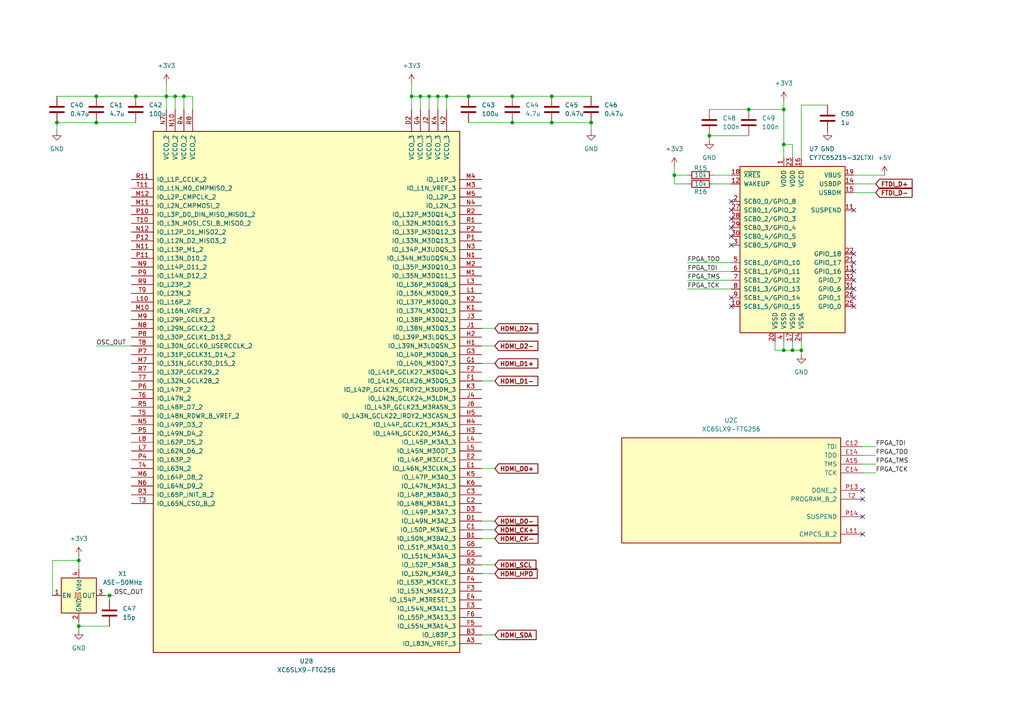
<source format=kicad_sch>
(kicad_sch (version 20250114) (generator "eeschema") (generator_version "9.0")
  (paper "A4")
  (title_block (title "CastleBox NeoPro") (date "2025-05-21") (rev "2.0"))
  (lib_symbols
    (symbol "Device:C" (pin_numbers (hide yes)) (pin_names (offset 0.254))
      (property "Reference" "C" (at 0.635 2.54 0))
      (property "Value" "C" (at 0.635 -2.54 0))
      (symbol "C_0_1"
        (polyline (pts (xy -2.032 0.762) (xy 2.032 0.762)) (stroke (width 0.508)))
        (polyline (pts (xy -2.032 -0.762) (xy 2.032 -0.762)) (stroke (width 0.508)))
      )
      (symbol "C_1_1"
        (pin passive line (at 0 3.81 270) (length 2.794) (name "~") (number "1"))
        (pin passive line (at 0 -3.81 90) (length 2.794) (name "~") (number "2"))
      )
    )
    (symbol "Device:R" (pin_numbers (hide yes)) (pin_names (offset 0))
      (property "Reference" "R" (at 2.032 0 90))
      (property "Value" "R" (at 0 0 90))
      (symbol "R_0_1"
        (rectangle (start -1.016 -2.54) (end 1.016 2.54) (stroke (width 0.254)))
      )
      (symbol "R_1_1"
        (pin passive line (at 0 3.81 270) (length 1.27) (name "~") (number "1"))
        (pin passive line (at 0 -3.81 90) (length 1.27) (name "~") (number "2"))
      )
    )
    (symbol "FPGA_Xilinx_Spartan6:XC6SLX9-FTG256" (pin_names (offset 1.016))
      (property "Reference" "U" (at 0 1.27 0))
      (property "Value" "XC6SLX9-FTG256" (at 0 -1.27 0))
      (symbol "XC6SLX9-FTG256_1_1"
        (rectangle (start -44.45 72.39) (end 44.45 -78.74) (stroke (width 0.254)) (fill (type background)))
        (pin bidirectional line (at -50.8 58.42 0) (length 6.35) (name "IO_L1P_HSWAPEN_0") (number "C4"))
        (pin bidirectional line (at -50.8 55.88 0) (length 6.35) (name "IO_L1N_VREF_0") (number "A4"))
        (pin bidirectional line (at -50.8 53.34 0) (length 6.35) (name "IO_L2P_0") (number "B5"))
        (pin bidirectional line (at -50.8 50.8 0) (length 6.35) (name "IO_L2N_0") (number "A5"))
        (pin bidirectional line (at -50.8 48.26 0) (length 6.35) (name "IO_L3P_0") (number "D5"))
        (pin bidirectional line (at -50.8 45.72 0) (length 6.35) (name "IO_L3N_0") (number "C5"))
        (pin bidirectional line (at -50.8 43.18 0) (length 6.35) (name "IO_L4P_0") (number "B6"))
        (pin bidirectional line (at -50.8 40.64 0) (length 6.35) (name "IO_L4N_0") (number "A6"))
        (pin bidirectional line (at -50.8 38.1 0) (length 6.35) (name "IO_L5P_0") (number "F7"))
        (pin bidirectional line (at -50.8 35.56 0) (length 6.35) (name "IO_L5N_0") (number "E6"))
        (pin bidirectional line (at -50.8 33.02 0) (length 6.35) (name "IO_L6P_0") (number "C7"))
        (pin bidirectional line (at -50.8 30.48 0) (length 6.35) (name "IO_L6N_0") (number "A7"))
        (pin bidirectional line (at -50.8 27.94 0) (length 6.35) (name "IO_L7P_0") (number "D6"))
        (pin bidirectional line (at -50.8 25.4 0) (length 6.35) (name "IO_L7N_0") (number "C6"))
        (pin bidirectional line (at -50.8 22.86 0) (length 6.35) (name "IO_L33P_0") (number "B8"))
        (pin bidirectional line (at -50.8 20.32 0) (length 6.35) (name "IO_L33N_0") (number "A8"))
        (pin bidirectional line (at -50.8 17.78 0) (length 6.35) (name "IO_L34P_GCLK19_0") (number "C9"))
        (pin bidirectional line (at -50.8 15.24 0) (length 6.35) (name "IO_L34N_GCLK18_0") (number "A9"))
        (pin bidirectional line (at -50.8 12.7 0) (length 6.35) (name "IO_L35P_GCLK17_0") (number "B10"))
        (pin bidirectional line (at -50.8 10.16 0) (length 6.35) (name "IO_L35N_GCLK16_0") (number "A10"))
        (pin bidirectional line (at -50.8 7.62 0) (length 6.35) (name "IO_L36P_GCLK15_0") (number "E7"))
        (pin bidirectional line (at -50.8 5.08 0) (length 6.35) (name "IO_L36N_GCLK14_0") (number "E8"))
        (pin bidirectional line (at -50.8 2.54 0) (length 6.35) (name "IO_L37P_GCLK13_0") (number "E10"))
        (pin bidirectional line (at -50.8 0 0) (length 6.35) (name "IO_L37N_GCLK12_0") (number "C10"))
        (pin bidirectional line (at -50.8 -2.54 0) (length 6.35) (name "IO_L38P_0") (number "D8"))
        (pin bidirectional line (at -50.8 -5.08 0) (length 6.35) (name "IO_L38N_VREF_0") (number "C8"))
        (pin bidirectional line (at -50.8 -7.62 0) (length 6.35) (name "IO_L39P_0") (number "C11"))
        (pin bidirectional line (at -50.8 -10.16 0) (length 6.35) (name "IO_L39N_0") (number "A11"))
        (pin bidirectional line (at -50.8 -12.7 0) (length 6.35) (name "IO_L40P_0") (number "F9"))
        (pin bidirectional line (at -50.8 -15.24 0) (length 6.35) (name "IO_L40N_0") (number "D9"))
        (pin bidirectional line (at -50.8 -17.78 0) (length 6.35) (name "IO_L62P_0") (number "B12"))
        (pin bidirectional line (at -50.8 -20.32 0) (length 6.35) (name "IO_L62N_VREF_0") (number "A12"))
        (pin bidirectional line (at -50.8 -22.86 0) (length 6.35) (name "IO_L63P_SCP7_0") (number "C13"))
        (pin bidirectional line (at -50.8 -25.4 0) (length 6.35) (name "IO_L63N_SCP6_0") (number "A13"))
        (pin bidirectional line (at -50.8 -27.94 0) (length 6.35) (name "IO_L64P_SCP5_0") (number "F10"))
        (pin bidirectional line (at -50.8 -30.48 0) (length 6.35) (name "IO_L64N_SCP4_0") (number "E11"))
        (pin bidirectional line (at -50.8 -33.02 0) (length 6.35) (name "IO_L65P_SCP3_0") (number "B14"))
        (pin bidirectional line (at -50.8 -35.56 0) (length 6.35) (name "IO_L65N_SCP2_0") (number "A14"))
        (pin bidirectional line (at -50.8 -38.1 0) (length 6.35) (name "IO_L66P_SCP1_0") (number "D11"))
        (pin bidirectional line (at -50.8 -40.64 0) (length 6.35) (name "IO_L66N_SCP0_0") (number "D12"))
        (pin power_in line (at -40.64 78.74 270) (length 6.35) (name "VCCO_0") (number "B4"))
        (pin power_in line (at -38.1 78.74 270) (length 6.35) (name "VCCO_0") (number "B9"))
        (pin power_in line (at -35.56 78.74 270) (length 6.35) (name "VCCO_0") (number "B13"))
        (pin power_in line (at -33.02 78.74 270) (length 6.35) (name "VCCO_0") (number "D7"))
        (pin power_in line (at -30.48 78.74 270) (length 6.35) (name "VCCO_0") (number "D10"))
        (pin power_in line (at 27.94 78.74 270) (length 6.35) (name "VCCO_1") (number "D15"))
        (pin power_in line (at 30.48 78.74 270) (length 6.35) (name "VCCO_1") (number "G13"))
        (pin power_in line (at 33.02 78.74 270) (length 6.35) (name "VCCO_1") (number "J15"))
        (pin power_in line (at 35.56 78.74 270) (length 6.35) (name "VCCO_1") (number "K13"))
        (pin power_in line (at 38.1 78.74 270) (length 6.35) (name "VCCO_1") (number "N15"))
        (pin power_in line (at 40.64 78.74 270) (length 6.35) (name "VCCO_1") (number "R13"))
        (pin bidirectional line (at 50.8 58.42 180) (length 6.35) (name "IO_L1P_A25_1") (number "E13"))
        (pin bidirectional line (at 50.8 55.88 180) (length 6.35) (name "IO_L1N_A24_VREF_1") (number "E12"))
        (pin bidirectional line (at 50.8 53.34 180) (length 6.35) (name "IO_L29P_A23_M1A13_1") (number "B15"))
        (pin bidirectional line (at 50.8 50.8 180) (length 6.35) (name "IO_L29N_A22_M1A14_1") (number "B16"))
        (pin bidirectional line (at 50.8 48.26 180) (length 6.35) (name "IO_L30P_A21_M1RESET_1") (number "F12"))
        (pin bidirectional line (at 50.8 45.72 180) (length 6.35) (name "IO_L30N_A20_M1A11_1") (number "G11"))
        (pin bidirectional line (at 50.8 43.18 180) (length 6.35) (name "IO_L31P_A19_M1CKE_1") (number "D14"))
        (pin bidirectional line (at 50.8 40.64 180) (length 6.35) (name "IO_L31N_A18_M1A12_1") (number "D16"))
        (pin bidirectional line (at 50.8 38.1 180) (length 6.35) (name "IO_L32P_A17_M1A8_1") (number "F13"))
        (pin bidirectional line (at 50.8 35.56 180) (length 6.35) (name "IO_L32N_A16_M1A9_1") (number "F14"))
        (pin bidirectional line (at 50.8 33.02 180) (length 6.35) (name "IO_L33P_A15_M1A10_1") (number "C15"))
        (pin bidirectional line (at 50.8 30.48 180) (length 6.35) (name "IO_L33N_A14_M1A4_1") (number "C16"))
        (pin bidirectional line (at 50.8 27.94 180) (length 6.35) (name "IO_L34P_A13_M1WE_1") (number "E15"))
        (pin bidirectional line (at 50.8 25.4 180) (length 6.35) (name "IO_L34N_A12_M1BA2_1") (number "E16"))
        (pin bidirectional line (at 50.8 22.86 180) (length 6.35) (name "IO_L35P_A11_M1A7_1") (number "F15"))
        (pin bidirectional line (at 50.8 20.32 180) (length 6.35) (name "IO_L35N_A10_M1A2_1") (number "F16"))
        (pin bidirectional line (at 50.8 17.78 180) (length 6.35) (name "IO_L36P_A9_M1BA0_1") (number "G14"))
        (pin bidirectional line (at 50.8 15.24 180) (length 6.35) (name "IO_L36N_A8_M1BA1_1") (number "G16"))
        (pin bidirectional line (at 50.8 12.7 180) (length 6.35) (name "IO_L37P_A7_M1A0_1") (number "H15"))
        (pin bidirectional line (at 50.8 10.16 180) (length 6.35) (name "IO_L37N_A6_M1A1_1") (number "H16"))
        (pin bidirectional line (at 50.8 7.62 180) (length 6.35) (name "IO_L38P_A5_M1CLK_1") (number "G12"))
        (pin bidirectional line (at 50.8 5.08 180) (length 6.35) (name "IO_L38N_A4_M1CLKN_1") (number "H11"))
        (pin bidirectional line (at 50.8 2.54 180) (length 6.35) (name "IO_L39P_M1A3_1") (number "H13"))
        (pin bidirectional line (at 50.8 0 180) (length 6.35) (name "IO_L39N_M1ODT_1") (number "H14"))
        (pin bidirectional line (at 50.8 -2.54 180) (length 6.35) (name "IO_L40P_GCLK11_M1A5_1") (number "J11"))
        (pin bidirectional line (at 50.8 -5.08 180) (length 6.35) (name "IO_L40N_GCLK10_M1A6_1") (number "J12"))
        (pin bidirectional line (at 50.8 -7.62 180) (length 6.35) (name "IO_L41P_GCLK9_IRDY1_M1RASN_1") (number "J13"))
        (pin bidirectional line (at 50.8 -10.16 180) (length 6.35) (name "IO_L41N_GCLK8_M1CASN_1") (number "K14"))
        (pin bidirectional line (at 50.8 -12.7 180) (length 6.35) (name "IO_L42P_GCLK7_M1UDM_1") (number "K12"))
        (pin bidirectional line (at 50.8 -15.24 180) (length 6.35) (name "IO_L42N_GCLK6_TRDY1_M1LDM_1") (number "K11"))
        (pin bidirectional line (at 50.8 -17.78 180) (length 6.35) (name "IO_L43P_GCLK5_M1DQ4_1") (number "J14"))
        (pin bidirectional line (at 50.8 -20.32 180) (length 6.35) (name "IO_L43N_GCLK4_M1DQ5_1") (number "J16"))
        (pin bidirectional line (at 50.8 -22.86 180) (length 6.35) (name "IO_L44P_A3_M1DQ6_1") (number "K15"))
        (pin bidirectional line (at 50.8 -25.4 180) (length 6.35) (name "IO_L44N_A2_M1DQ7_1") (number "K16"))
        (pin bidirectional line (at 50.8 -27.94 180) (length 6.35) (name "IO_L45P_A1_M1LDQS_1") (number "N14"))
        (pin bidirectional line (at 50.8 -30.48 180) (length 6.35) (name "IO_L45N_A0_M1LDQSN_1") (number "N16"))
        (pin bidirectional line (at 50.8 -33.02 180) (length 6.35) (name "IO_L46P_FCS_B_M1DQ2_1") (number "M15"))
        (pin bidirectional line (at 50.8 -35.56 180) (length 6.35) (name "IO_L46N_FOE_B_M1DQ3_1") (number "M16"))
        (pin bidirectional line (at 50.8 -38.1 180) (length 6.35) (name "IO_L47P_FWE_B_M1DQ0_1") (number "L14"))
        (pin bidirectional line (at 50.8 -40.64 180) (length 6.35) (name "IO_L47N_LDC_M1DQ1_1") (number "L16"))
        (pin bidirectional line (at 50.8 -43.18 180) (length 6.35) (name "IO_L48P_HDC_M1DQ8_1") (number "P15"))
        (pin bidirectional line (at 50.8 -45.72 180) (length 6.35) (name "IO_L48N_M1DQ9_1") (number "P16"))
        (pin bidirectional line (at 50.8 -48.26 180) (length 6.35) (name "IO_L49P_M1DQ10_1") (number "R15"))
        (pin bidirectional line (at 50.8 -50.8 180) (length 6.35) (name "IO_L49N_M1DQ11_1") (number "R16"))
        (pin bidirectional line (at 50.8 -53.34 180) (length 6.35) (name "IO_L50P_M1UDQS_1") (number "R14"))
        (pin bidirectional line (at 50.8 -55.88 180) (length 6.35) (name "IO_L50N_M1UDQSN_1") (number "T15"))
        (pin bidirectional line (at 50.8 -58.42 180) (length 6.35) (name "IO_L51P_M1DQ12_1") (number "T14"))
        (pin bidirectional line (at 50.8 -60.96 180) (length 6.35) (name "IO_L51N_M1DQ13_1") (number "T13"))
        (pin bidirectional line (at 50.8 -63.5 180) (length 6.35) (name "IO_L52P_M1DQ14_1") (number "R12"))
        (pin bidirectional line (at 50.8 -66.04 180) (length 6.35) (name "IO_L52N_M1DQ15_1") (number "T12"))
        (pin bidirectional line (at 50.8 -68.58 180) (length 6.35) (name "IO_L53P_1") (number "L12"))
        (pin bidirectional line (at 50.8 -71.12 180) (length 6.35) (name "IO_L53N_VREF_1") (number "L13"))
        (pin bidirectional line (at 50.8 -73.66 180) (length 6.35) (name "IO_L74P_AWAKE_1") (number "M13"))
        (pin bidirectional line (at 50.8 -76.2 180) (length 6.35) (name "IO_L74N_DOUT_BUSY_1") (number "M14"))
      )
      (symbol "XC6SLX9-FTG256_2_1"
        (rectangle (start -44.45 72.39) (end 44.45 -78.74) (stroke (width 0.254)) (fill (type background)))
        (pin bidirectional line (at -50.8 58.42 0) (length 6.35) (name "IO_L1P_CCLK_2") (number "R11"))
        (pin bidirectional line (at -50.8 55.88 0) (length 6.35) (name "IO_L1N_M0_CMPMISO_2") (number "T11"))
        (pin bidirectional line (at -50.8 53.34 0) (length 6.35) (name "IO_L2P_CMPCLK_2") (number "M12"))
        (pin bidirectional line (at -50.8 50.8 0) (length 6.35) (name "IO_L2N_CMPMOSI_2") (number "M11"))
        (pin bidirectional line (at -50.8 48.26 0) (length 6.35) (name "IO_L3P_D0_DIN_MISO_MISO1_2") (number "P10"))
        (pin bidirectional line (at -50.8 45.72 0) (length 6.35) (name "IO_L3N_MOSI_CSI_B_MISO0_2") (number "T10"))
        (pin bidirectional line (at -50.8 43.18 0) (length 6.35) (name "IO_L12P_D1_MISO2_2") (number "N12"))
        (pin bidirectional line (at -50.8 40.64 0) (length 6.35) (name "IO_L12N_D2_MISO3_2") (number "P12"))
        (pin bidirectional line (at -50.8 38.1 0) (length 6.35) (name "IO_L13P_M1_2") (number "N11"))
        (pin bidirectional line (at -50.8 35.56 0) (length 6.35) (name "IO_L13N_D10_2") (number "P11"))
        (pin bidirectional line (at -50.8 33.02 0) (length 6.35) (name "IO_L14P_D11_2") (number "N9"))
        (pin bidirectional line (at -50.8 30.48 0) (length 6.35) (name "IO_L14N_D12_2") (number "P9"))
        (pin bidirectional line (at -50.8 27.94 0) (length 6.35) (name "IO_L23P_2") (number "R9"))
        (pin bidirectional line (at -50.8 25.4 0) (length 6.35) (name "IO_L23N_2") (number "T9"))
        (pin bidirectional line (at -50.8 22.86 0) (length 6.35) (name "IO_L16P_2") (number "L10"))
        (pin bidirectional line (at -50.8 20.32 0) (length 6.35) (name "IO_L16N_VREF_2") (number "M10"))
        (pin bidirectional line (at -50.8 17.78 0) (length 6.35) (name "IO_L29P_GCLK3_2") (number "M9"))
        (pin bidirectional line (at -50.8 15.24 0) (length 6.35) (name "IO_L29N_GCLK2_2") (number "N8"))
        (pin bidirectional line (at -50.8 12.7 0) (length 6.35) (name "IO_L30P_GCLK1_D13_2") (number "P8"))
        (pin bidirectional line (at -50.8 10.16 0) (length 6.35) (name "IO_L30N_GCLK0_USERCCLK_2") (number "T8"))
        (pin bidirectional line (at -50.8 7.62 0) (length 6.35) (name "IO_L31P_GCLK31_D14_2") (number "P7"))
        (pin bidirectional line (at -50.8 5.08 0) (length 6.35) (name "IO_L31N_GCLK30_D15_2") (number "M7"))
        (pin bidirectional line (at -50.8 2.54 0) (length 6.35) (name "IO_L32P_GCLK29_2") (number "R7"))
        (pin bidirectional line (at -50.8 0 0) (length 6.35) (name "IO_L32N_GCLK28_2") (number "T7"))
        (pin bidirectional line (at -50.8 -2.54 0) (length 6.35) (name "IO_L47P_2") (number "P6"))
        (pin bidirectional line (at -50.8 -5.08 0) (length 6.35) (name "IO_L47N_2") (number "T6"))
        (pin bidirectional line (at -50.8 -7.62 0) (length 6.35) (name "IO_L48P_D7_2") (number "R5"))
        (pin bidirectional line (at -50.8 -10.16 0) (length 6.35) (name "IO_L48N_RDWR_B_VREF_2") (number "T5"))
        (pin bidirectional line (at -50.8 -12.7 0) (length 6.35) (name "IO_L49P_D3_2") (number "N5"))
        (pin bidirectional line (at -50.8 -15.24 0) (length 6.35) (name "IO_L49N_D4_2") (number "P5"))
        (pin bidirectional line (at -50.8 -17.78 0) (length 6.35) (name "IO_L62P_D5_2") (number "L8"))
        (pin bidirectional line (at -50.8 -20.32 0) (length 6.35) (name "IO_L62N_D6_2") (number "L7"))
        (pin bidirectional line (at -50.8 -22.86 0) (length 6.35) (name "IO_L63P_2") (number "P4"))
        (pin bidirectional line (at -50.8 -25.4 0) (length 6.35) (name "IO_L63N_2") (number "T4"))
        (pin bidirectional line (at -50.8 -27.94 0) (length 6.35) (name "IO_L64P_D8_2") (number "M6"))
        (pin bidirectional line (at -50.8 -30.48 0) (length 6.35) (name "IO_L64N_D9_2") (number "N6"))
        (pin bidirectional line (at -50.8 -33.02 0) (length 6.35) (name "IO_L65P_INIT_B_2") (number "R3"))
        (pin bidirectional line (at -50.8 -35.56 0) (length 6.35) (name "IO_L65N_CSO_B_2") (number "T3"))
        (pin power_in line (at -40.64 78.74 270) (length 6.35) (name "VCCO_2") (number "N7"))
        (pin power_in line (at -38.1 78.74 270) (length 6.35) (name "VCCO_2") (number "N10"))
        (pin power_in line (at -35.56 78.74 270) (length 6.35) (name "VCCO_2") (number "R4"))
        (pin power_in line (at -33.02 78.74 270) (length 6.35) (name "VCCO_2") (number "R8"))
        (pin power_in line (at 30.48 78.74 270) (length 6.35) (name "VCCO_3") (number "D2"))
        (pin power_in line (at 33.02 78.74 270) (length 6.35) (name "VCCO_3") (number "G4"))
        (pin power_in line (at 35.56 78.74 270) (length 6.35) (name "VCCO_3") (number "J2"))
        (pin power_in line (at 38.1 78.74 270) (length 6.35) (name "VCCO_3") (number "K4"))
        (pin power_in line (at 40.64 78.74 270) (length 6.35) (name "VCCO_3") (number "N2"))
        (pin bidirectional line (at 50.8 58.42 180) (length 6.35) (name "IO_L1P_3") (number "M4"))
        (pin bidirectional line (at 50.8 55.88 180) (length 6.35) (name "IO_L1N_VREF_3") (number "M3"))
        (pin bidirectional line (at 50.8 53.34 180) (length 6.35) (name "IO_L2P_3") (number "M5"))
        (pin bidirectional line (at 50.8 50.8 180) (length 6.35) (name "IO_L2N_3") (number "N4"))
        (pin bidirectional line (at 50.8 48.26 180) (length 6.35) (name "IO_L32P_M3DQ14_3") (number "R2"))
        (pin bidirectional line (at 50.8 45.72 180) (length 6.35) (name "IO_L32N_M3DQ15_3") (number "R1"))
        (pin bidirectional line (at 50.8 43.18 180) (length 6.35) (name "IO_L33P_M3DQ12_3") (number "P2"))
        (pin bidirectional line (at 50.8 40.64 180) (length 6.35) (name "IO_L33N_M3DQ13_3") (number "P1"))
        (pin bidirectional line (at 50.8 38.1 180) (length 6.35) (name "IO_L34P_M3UDQS_3") (number "N3"))
        (pin bidirectional line (at 50.8 35.56 180) (length 6.35) (name "IO_L34N_M3UDQSN_3") (number "N1"))
        (pin bidirectional line (at 50.8 33.02 180) (length 6.35) (name "IO_L35P_M3DQ10_3") (number "M2"))
        (pin bidirectional line (at 50.8 30.48 180) (length 6.35) (name "IO_L35N_M3DQ11_3") (number "M1"))
        (pin bidirectional line (at 50.8 27.94 180) (length 6.35) (name "IO_L36P_M3DQ8_3") (number "L3"))
        (pin bidirectional line (at 50.8 25.4 180) (length 6.35) (name "IO_L36N_M3DQ9_3") (number "L1"))
        (pin bidirectional line (at 50.8 22.86 180) (length 6.35) (name "IO_L37P_M3DQ0_3") (number "K2"))
        (pin bidirectional line (at 50.8 20.32 180) (length 6.35) (name "IO_L37N_M3DQ1_3") (number "K1"))
        (pin bidirectional line (at 50.8 17.78 180) (length 6.35) (name "IO_L38P_M3DQ2_3") (number "J3"))
        (pin bidirectional line (at 50.8 15.24 180) (length 6.35) (name "IO_L38N_M3DQ3_3") (number "J1"))
        (pin bidirectional line (at 50.8 12.7 180) (length 6.35) (name "IO_L39P_M3LDQS_3") (number "H2"))
        (pin bidirectional line (at 50.8 10.16 180) (length 6.35) (name "IO_L39N_M3LDQSN_3") (number "H1"))
        (pin bidirectional line (at 50.8 7.62 180) (length 6.35) (name "IO_L40P_M3DQ6_3") (number "G3"))
        (pin bidirectional line (at 50.8 5.08 180) (length 6.35) (name "IO_L40N_M3DQ7_3") (number "G1"))
        (pin bidirectional line (at 50.8 2.54 180) (length 6.35) (name "IO_L41P_GCLK27_M3DQ4_3") (number "F2"))
        (pin bidirectional line (at 50.8 0 180) (length 6.35) (name "IO_L41N_GCLK26_M3DQ5_3") (number "F1"))
        (pin bidirectional line (at 50.8 -2.54 180) (length 6.35) (name "IO_L42P_GCLK25_TRDY2_M3UDM_3") (number "K3"))
        (pin bidirectional line (at 50.8 -5.08 180) (length 6.35) (name "IO_L42N_GCLK24_M3LDM_3") (number "J4"))
        (pin bidirectional line (at 50.8 -7.62 180) (length 6.35) (name "IO_L43P_GCLK23_M3RASN_3") (number "J6"))
        (pin bidirectional line (at 50.8 -10.16 180) (length 6.35) (name "IO_L43N_GCLK22_IRDY2_M3CASN_3") (number "H5"))
        (pin bidirectional line (at 50.8 -12.7 180) (length 6.35) (name "IO_L44P_GCLK21_M3A5_3") (number "H4"))
        (pin bidirectional line (at 50.8 -15.24 180) (length 6.35) (name "IO_L44N_GCLK20_M3A6_3") (number "H3"))
        (pin bidirectional line (at 50.8 -17.78 180) (length 6.35) (name "IO_L45P_M3A3_3") (number "L4"))
        (pin bidirectional line (at 50.8 -20.32 180) (length 6.35) (name "IO_L45N_M3ODT_3") (number "L5"))
        (pin bidirectional line (at 50.8 -22.86 180) (length 6.35) (name "IO_L46P_M3CLK_3") (number "E2"))
        (pin bidirectional line (at 50.8 -25.4 180) (length 6.35) (name "IO_L46N_M3CLKN_3") (number "E1"))
        (pin bidirectional line (at 50.8 -27.94 180) (length 6.35) (name "IO_L47P_M3A0_3") (number "K5"))
        (pin bidirectional line (at 50.8 -30.48 180) (length 6.35) (name "IO_L47N_M3A1_3") (number "K6"))
        (pin bidirectional line (at 50.8 -33.02 180) (length 6.35) (name "IO_L48P_M3BA0_3") (number "C3"))
        (pin bidirectional line (at 50.8 -35.56 180) (length 6.35) (name "IO_L48N_M3BA1_3") (number "C2"))
        (pin bidirectional line (at 50.8 -38.1 180) (length 6.35) (name "IO_L49P_M3A7_3") (number "D3"))
        (pin bidirectional line (at 50.8 -40.64 180) (length 6.35) (name "IO_L49N_M3A2_3") (number "D1"))
        (pin bidirectional line (at 50.8 -43.18 180) (length 6.35) (name "IO_L50P_M3WE_3") (number "C1"))
        (pin bidirectional line (at 50.8 -45.72 180) (length 6.35) (name "IO_L50N_M3BA2_3") (number "B1"))
        (pin bidirectional line (at 50.8 -48.26 180) (length 6.35) (name "IO_L51P_M3A10_3") (number "G6"))
        (pin bidirectional line (at 50.8 -50.8 180) (length 6.35) (name "IO_L51N_M3A4_3") (number "G5"))
        (pin bidirectional line (at 50.8 -53.34 180) (length 6.35) (name "IO_L52P_M3A8_3") (number "B2"))
        (pin bidirectional line (at 50.8 -55.88 180) (length 6.35) (name "IO_L52N_M3A9_3") (number "A2"))
        (pin bidirectional line (at 50.8 -58.42 180) (length 6.35) (name "IO_L53P_M3CKE_3") (number "F4"))
        (pin bidirectional line (at 50.8 -60.96 180) (length 6.35) (name "IO_L53N_M3A12_3") (number "F3"))
        (pin bidirectional line (at 50.8 -63.5 180) (length 6.35) (name "IO_L54P_M3RESET_3") (number "E4"))
        (pin bidirectional line (at 50.8 -66.04 180) (length 6.35) (name "IO_L54N_M3A11_3") (number "E3"))
        (pin bidirectional line (at 50.8 -68.58 180) (length 6.35) (name "IO_L55P_M3A13_3") (number "F6"))
        (pin bidirectional line (at 50.8 -71.12 180) (length 6.35) (name "IO_L55N_M3A14_3") (number "F5"))
        (pin bidirectional line (at 50.8 -73.66 180) (length 6.35) (name "IO_L83P_3") (number "B3"))
        (pin bidirectional line (at 50.8 -76.2 180) (length 6.35) (name "IO_L83N_VREF_3") (number "A3"))
      )
      (symbol "XC6SLX9-FTG256_3_1"
        (rectangle (start -31.75 15.24) (end 31.75 -15.24) (stroke (width 0.254)) (fill (type background)))
        (pin bidirectional line (at 38.1 12.7 180) (length 6.35) (name "TDI") (number "C12"))
        (pin bidirectional line (at 38.1 10.16 180) (length 6.35) (name "TDO") (number "E14"))
        (pin bidirectional line (at 38.1 7.62 180) (length 6.35) (name "TMS") (number "A15"))
        (pin bidirectional line (at 38.1 5.08 180) (length 6.35) (name "TCK") (number "C14"))
        (pin bidirectional line (at 38.1 0 180) (length 6.35) (name "DONE_2") (number "P13"))
        (pin bidirectional line (at 38.1 -2.54 180) (length 6.35) (name "PROGRAM_B_2") (number "T2"))
        (pin bidirectional line (at 38.1 -7.62 180) (length 6.35) (name "SUSPEND") (number "P14"))
        (pin bidirectional line (at 38.1 -12.7 180) (length 6.35) (name "CMPCS_B_2") (number "L11"))
      )
      (symbol "XC6SLX9-FTG256_4_1"
        (rectangle (start -19.05 30.48) (end 19.05 -30.48) (stroke (width 0.254)) (fill (type background)))
        (pin power_in line (at -25.4 27.94 0) (length 6.35) (name "VCCAUX") (number "E5"))
        (pin power_in line (at -25.4 25.4 0) (length 6.35) (name "VCCAUX") (number "F8"))
        (pin power_in line (at -25.4 22.86 0) (length 6.35) (name "VCCAUX") (number "F11"))
        (pin power_in line (at -25.4 20.32 0) (length 6.35) (name "VCCAUX") (number "G10"))
        (pin power_in line (at -25.4 17.78 0) (length 6.35) (name "VCCAUX") (number "H6"))
        (pin power_in line (at -25.4 15.24 0) (length 6.35) (name "VCCAUX") (number "J10"))
        (pin power_in line (at -25.4 12.7 0) (length 6.35) (name "VCCAUX") (number "L6"))
        (pin power_in line (at -25.4 10.16 0) (length 6.35) (name "VCCAUX") (number "L9"))
        (pin power_in line (at -25.4 2.54 0) (length 6.35) (name "GND") (number "A1"))
        (pin power_in line (at -25.4 0 0) (length 6.35) (name "GND") (number "A16"))
        (pin power_in line (at -25.4 -2.54 0) (length 6.35) (name "GND") (number "B7"))
        (pin power_in line (at -25.4 -5.08 0) (length 6.35) (name "GND") (number "B11"))
        (pin power_in line (at -25.4 -7.62 0) (length 6.35) (name "GND") (number "D4"))
        (pin power_in line (at -25.4 -10.16 0) (length 6.35) (name "GND") (number "D13"))
        (pin power_in line (at -25.4 -12.7 0) (length 6.35) (name "GND") (number "E9"))
        (pin power_in line (at -25.4 -15.24 0) (length 6.35) (name "GND") (number "G2"))
        (pin power_in line (at -25.4 -17.78 0) (length 6.35) (name "GND") (number "G8"))
        (pin power_in line (at -25.4 -20.32 0) (length 6.35) (name "GND") (number "G15"))
        (pin power_in line (at -25.4 -22.86 0) (length 6.35) (name "GND") (number "H7"))
        (pin power_in line (at -25.4 -25.4 0) (length 6.35) (name "GND") (number "H9"))
        (pin power_in line (at -25.4 -27.94 0) (length 6.35) (name "GND") (number "H12"))
        (pin power_in line (at 25.4 27.94 180) (length 6.35) (name "VCCINT") (number "G7"))
        (pin power_in line (at 25.4 25.4 180) (length 6.35) (name "VCCINT") (number "G9"))
        (pin power_in line (at 25.4 22.86 180) (length 6.35) (name "VCCINT") (number "H8"))
        (pin power_in line (at 25.4 20.32 180) (length 6.35) (name "VCCINT") (number "H10"))
        (pin power_in line (at 25.4 17.78 180) (length 6.35) (name "VCCINT") (number "J7"))
        (pin power_in line (at 25.4 15.24 180) (length 6.35) (name "VCCINT") (number "J9"))
        (pin power_in line (at 25.4 12.7 180) (length 6.35) (name "VCCINT") (number "K8"))
        (pin power_in line (at 25.4 10.16 180) (length 6.35) (name "VCCINT") (number "K10"))
        (pin power_in line (at 25.4 2.54 180) (length 6.35) (name "GND") (number "J5"))
        (pin power_in line (at 25.4 0 180) (length 6.35) (name "GND") (number "J8"))
        (pin power_in line (at 25.4 -2.54 180) (length 6.35) (name "GND") (number "K7"))
        (pin power_in line (at 25.4 -5.08 180) (length 6.35) (name "GND") (number "K9"))
        (pin power_in line (at 25.4 -7.62 180) (length 6.35) (name "GND") (number "L2"))
        (pin power_in line (at 25.4 -10.16 180) (length 6.35) (name "GND") (number "L15"))
        (pin power_in line (at 25.4 -12.7 180) (length 6.35) (name "GND") (number "M8"))
        (pin power_in line (at 25.4 -15.24 180) (length 6.35) (name "GND") (number "N13"))
        (pin power_in line (at 25.4 -17.78 180) (length 6.35) (name "GND") (number "P3"))
        (pin power_in line (at 25.4 -20.32 180) (length 6.35) (name "GND") (number "R6"))
        (pin power_in line (at 25.4 -22.86 180) (length 6.35) (name "GND") (number "R10"))
        (pin power_in line (at 25.4 -25.4 180) (length 6.35) (name "GND") (number "T1"))
        (pin power_in line (at 25.4 -27.94 180) (length 6.35) (name "GND") (number "T16"))
      )
    )
    (symbol "Interface_USB:CY7C65215-32LTXI" (pin_names (offset 1.016))
      (property "Reference" "U" (at -13.462 21.844 0))
      (property "Value" "CY7C65215-32LTXI" (at 7.112 21.59 0))
      (symbol "CY7C65215-32LTXI_0_1"
        (rectangle (start -15.24 20.32) (end 15.24 -27.94) (stroke (width 0.254)) (fill (type background)))
      )
      (symbol "CY7C65215-32LTXI_1_1"
        (pin input line (at -17.78 17.78 0) (length 2.54) (name "~{XRES}") (number "18"))
        (pin input line (at -17.78 15.24 0) (length 2.54) (name "WAKEUP") (number "12"))
        (pin bidirectional line (at -17.78 10.16 0) (length 2.54) (name "SCB0_0/GPIO_8") (number "2"))
        (pin bidirectional line (at -17.78 7.62 0) (length 2.54) (name "SCB0_1/GPIO_2") (number "27"))
        (pin bidirectional line (at -17.78 5.08 0) (length 2.54) (name "SCB0_2/GPIO_3") (number "28"))
        (pin bidirectional line (at -17.78 2.54 0) (length 2.54) (name "SCB0_3/GPIO_4") (number "29"))
        (pin bidirectional line (at -17.78 0 0) (length 2.54) (name "SCB0_4/GPIO_5") (number "30"))
        (pin bidirectional line (at -17.78 -2.54 0) (length 2.54) (name "SCB0_5/GPIO_9") (number "3"))
        (pin bidirectional line (at -17.78 -7.62 0) (length 2.54) (name "SCB1_0/GPIO_10") (number "5"))
        (pin bidirectional line (at -17.78 -10.16 0) (length 2.54) (name "SCB1_1/GPIO_11") (number "6"))
        (pin bidirectional line (at -17.78 -12.7 0) (length 2.54) (name "SCB1_2/GPIO_12") (number "7"))
        (pin bidirectional line (at -17.78 -15.24 0) (length 2.54) (name "SCB1_3/GPIO_13") (number "8"))
        (pin bidirectional line (at -17.78 -17.78 0) (length 2.54) (name "SCB1_4/GPIO_14") (number "9"))
        (pin bidirectional line (at -17.78 -20.32 0) (length 2.54) (name "SCB1_5/GPIO_15") (number "10"))
        (pin no_connect line (at -15.24 -25.4 0) (length 2.54) (hide yes) (name "1EP") (number "33"))
        (pin power_in line (at -5.08 -30.48 90) (length 2.54) (name "VSSD") (number "20"))
        (pin power_in line (at -2.54 22.86 270) (length 2.54) (name "VDDD") (number "1"))
        (pin power_in line (at -2.54 -30.48 90) (length 2.54) (name "VSSD") (number "4"))
        (pin power_in line (at 0 22.86 270) (length 2.54) (name "VDDD") (number "23"))
        (pin power_in line (at 0 -30.48 90) (length 2.54) (name "VSSD") (number "17"))
        (pin power_in line (at 2.54 22.86 270) (length 2.54) (name "VCCD") (number "16"))
        (pin power_in line (at 2.54 -30.48 90) (length 2.54) (name "VSSA") (number "24"))
        (pin power_out line (at 17.78 17.78 180) (length 2.54) (name "VBUS") (number "19"))
        (pin bidirectional line (at 17.78 15.24 180) (length 2.54) (name "USBDP") (number "14"))
        (pin bidirectional line (at 17.78 12.7 180) (length 2.54) (name "USBDM") (number "15"))
        (pin output line (at 17.78 7.62 180) (length 2.54) (name "SUSPEND") (number "11"))
        (pin tri_state line (at 17.78 -5.08 180) (length 2.54) (name "GPIO_18") (number "22"))
        (pin tri_state line (at 17.78 -7.62 180) (length 2.54) (name "GPIO_17") (number "21"))
        (pin tri_state line (at 17.78 -10.16 180) (length 2.54) (name "GPIO_16") (number "13"))
        (pin bidirectional line (at 17.78 -12.7 180) (length 2.54) (name "GPIO_7") (number "32"))
        (pin bidirectional line (at 17.78 -15.24 180) (length 2.54) (name "GPIO_6") (number "31"))
        (pin bidirectional line (at 17.78 -17.78 180) (length 2.54) (name "GPIO_1") (number "26"))
        (pin bidirectional line (at 17.78 -20.32 180) (length 2.54) (name "GPIO_0") (number "25"))
      )
    )
    (symbol "Oscillator:ASE-xxxMHz" (pin_names (offset 0.254))
      (property "Reference" "X" (at -5.08 6.35 0))
      (property "Value" "ASE-xxxMHz" (at 1.27 -6.35 0))
      (symbol "ASE-xxxMHz_0_1"
        (rectangle (start -5.08 5.08) (end 5.08 -5.08) (stroke (width 0.254)) (fill (type background)))
        (polyline (pts (xy -1.27 -0.762) (xy -1.016 -0.762) (xy -1.016 0.762) (xy -0.508 0.762) (xy -0.508 -0.762) (xy 0 -0.762) (xy 0 0.762) (xy 0.508 0.762) (xy 0.508 -0.762) (xy 0.762 -0.762)))
      )
      (symbol "ASE-xxxMHz_1_1"
        (pin input line (at -7.62 0 0) (length 2.54) (name "EN") (number "1"))
        (pin power_in line (at 0 7.62 270) (length 2.54) (name "Vdd") (number "4"))
        (pin power_in line (at 0 -7.62 90) (length 2.54) (name "GND") (number "2"))
        (pin output line (at 7.62 0 180) (length 2.54) (name "OUT") (number "3"))
      )
    )
    (symbol "power:+3V3" (power) (pin_numbers (hide yes)) (pin_names (offset 0) (hide yes))
      (property "Value" "+3V3" (at 0 3.556 0))
      (symbol "+3V3_0_1"
        (polyline (pts (xy -0.762 1.27) (xy 0 2.54)))
        (polyline (pts (xy 0 2.54) (xy 0.762 1.27)))
        (polyline (pts (xy 0 0) (xy 0 2.54)))
      )
      (symbol "+3V3_1_1"
        (pin power_in line (at 0 0 90) (length 0) (name "~") (number "1"))
      )
    )
    (symbol "power:+5V" (power) (pin_numbers (hide yes)) (pin_names (offset 0) (hide yes))
      (property "Value" "+5V" (at 0 3.556 0))
      (symbol "+5V_0_1"
        (polyline (pts (xy -0.762 1.27) (xy 0 2.54)))
        (polyline (pts (xy 0 2.54) (xy 0.762 1.27)))
        (polyline (pts (xy 0 0) (xy 0 2.54)))
      )
      (symbol "+5V_1_1"
        (pin power_in line (at 0 0 90) (length 0) (name "~") (number "1"))
      )
    )
    (symbol "power:GND" (power) (pin_numbers (hide yes)) (pin_names (offset 0) (hide yes))
      (property "Value" "GND" (at 0 -3.81 0))
      (symbol "GND_0_1"
        (polyline (pts (xy 0 0) (xy 0 -1.27) (xy 1.27 -1.27) (xy 0 -2.54) (xy -1.27 -1.27) (xy 0 -1.27)))
      )
      (symbol "GND_1_1"
        (pin power_in line (at 0 0 270) (length 0) (name "~") (number "1"))
      )
    )
  )
  (junction (at 135.89 27.94))
  (junction (at 39.37 27.94))
  (junction (at 148.59 35.56))
  (junction (at 148.59 27.94))
  (junction (at 160.02 27.94))
  (junction (at 195.58 50.8))
  (junction (at 27.94 35.56))
  (junction (at 232.41 101.6))
  (junction (at 227.33 31.75))
  (junction (at 171.45 35.56))
  (junction (at 160.02 35.56))
  (junction (at 129.54 27.94))
  (junction (at 50.8 27.94))
  (junction (at 227.33 41.91))
  (junction (at 227.33 101.6))
  (junction (at 27.94 27.94))
  (junction (at 121.92 27.94))
  (junction (at 217.17 31.75))
  (junction (at 119.38 27.94))
  (junction (at 127 27.94))
  (junction (at 205.74 39.37))
  (junction (at 31.75 172.72))
  (junction (at 124.46 27.94))
  (junction (at 53.34 27.94))
  (junction (at 16.51 35.56))
  (junction (at 22.86 162.56))
  (junction (at 22.86 181.61))
  (junction (at 229.87 101.6))
  (junction (at 48.26 27.94))
  (no_connect (at 212.09 58.42))
  (no_connect (at 247.65 76.2))
  (no_connect (at 212.09 71.12))
  (no_connect (at 247.65 73.66))
  (no_connect (at 212.09 60.96))
  (no_connect (at 212.09 86.36))
  (no_connect (at 250.19 149.86))
  (no_connect (at 247.65 88.9))
  (no_connect (at 212.09 88.9))
  (no_connect (at 250.19 154.94))
  (no_connect (at 250.19 144.78))
  (no_connect (at 247.65 78.74))
  (no_connect (at 212.09 66.04))
  (no_connect (at 212.09 68.58))
  (no_connect (at 250.19 142.24))
  (no_connect (at 247.65 86.36))
  (no_connect (at 247.65 83.82))
  (no_connect (at 247.65 60.96))
  (no_connect (at 212.09 63.5))
  (no_connect (at 247.65 81.28))
  (wire (pts (xy 22.86 162.56) (xy 22.86 165.1)))
  (wire (pts (xy 119.38 27.94) (xy 119.38 31.75)))
  (wire (pts (xy 227.33 41.91) (xy 227.33 45.72)))
  (wire (pts (xy 195.58 50.8) (xy 195.58 48.26)))
  (wire (pts (xy 232.41 101.6) (xy 232.41 102.87)))
  (wire (pts (xy 139.7 163.83) (xy 143.51 163.83)))
  (wire (pts (xy 22.86 181.61) (xy 31.75 181.61)))
  (wire (pts (xy 135.89 35.56) (xy 148.59 35.56)))
  (wire (pts (xy 27.94 35.56) (xy 39.37 35.56)))
  (wire (pts (xy 254 129.54) (xy 250.19 129.54)))
  (wire (pts (xy 50.8 27.94) (xy 50.8 31.75)))
  (wire (pts (xy 22.86 180.34) (xy 22.86 181.61)))
  (wire (pts (xy 30.48 172.72) (xy 31.75 172.72)))
  (wire (pts (xy 143.51 135.89) (xy 139.7 135.89)))
  (wire (pts (xy 15.24 162.56) (xy 22.86 162.56)))
  (wire (pts (xy 139.7 166.37) (xy 143.51 166.37)))
  (wire (pts (xy 207.01 53.34) (xy 212.09 53.34)))
  (wire (pts (xy 207.01 50.8) (xy 212.09 50.8)))
  (wire (pts (xy 31.75 172.72) (xy 33.02 172.72)))
  (wire (pts (xy 16.51 27.94) (xy 27.94 27.94)))
  (wire (pts (xy 254 134.62) (xy 250.19 134.62)))
  (wire (pts (xy 22.86 181.61) (xy 22.86 182.88)))
  (wire (pts (xy 247.65 50.8) (xy 256.54 50.8)))
  (wire (pts (xy 195.58 50.8) (xy 199.39 50.8)))
  (wire (pts (xy 224.79 99.06) (xy 224.79 101.6)))
  (wire (pts (xy 135.89 27.94) (xy 148.59 27.94)))
  (wire (pts (xy 15.24 172.72) (xy 15.24 162.56)))
  (wire (pts (xy 199.39 83.82) (xy 212.09 83.82)))
  (wire (pts (xy 247.65 55.88) (xy 254 55.88)))
  (wire (pts (xy 27.94 100.33) (xy 38.1 100.33)))
  (wire (pts (xy 199.39 76.2) (xy 212.09 76.2)))
  (wire (pts (xy 232.41 30.48) (xy 240.03 30.48)))
  (wire (pts (xy 121.92 27.94) (xy 124.46 27.94)))
  (wire (pts (xy 50.8 27.94) (xy 53.34 27.94)))
  (wire (pts (xy 227.33 31.75) (xy 227.33 41.91)))
  (wire (pts (xy 39.37 27.94) (xy 48.26 27.94)))
  (wire (pts (xy 129.54 27.94) (xy 135.89 27.94)))
  (wire (pts (xy 143.51 156.21) (xy 139.7 156.21)))
  (wire (pts (xy 143.51 151.13) (xy 139.7 151.13)))
  (wire (pts (xy 227.33 101.6) (xy 229.87 101.6)))
  (wire (pts (xy 48.26 24.13) (xy 48.26 27.94)))
  (wire (pts (xy 229.87 101.6) (xy 232.41 101.6)))
  (wire (pts (xy 199.39 78.74) (xy 212.09 78.74)))
  (wire (pts (xy 227.33 99.06) (xy 227.33 101.6)))
  (wire (pts (xy 199.39 81.28) (xy 212.09 81.28)))
  (wire (pts (xy 53.34 27.94) (xy 55.88 27.94)))
  (wire (pts (xy 129.54 27.94) (xy 127 27.94)))
  (wire (pts (xy 55.88 27.94) (xy 55.88 31.75)))
  (wire (pts (xy 124.46 27.94) (xy 124.46 31.75)))
  (wire (pts (xy 232.41 99.06) (xy 232.41 101.6)))
  (wire (pts (xy 160.02 35.56) (xy 171.45 35.56)))
  (wire (pts (xy 254 137.16) (xy 250.19 137.16)))
  (wire (pts (xy 22.86 161.29) (xy 22.86 162.56)))
  (wire (pts (xy 229.87 45.72) (xy 229.87 41.91)))
  (wire (pts (xy 254 132.08) (xy 250.19 132.08)))
  (wire (pts (xy 27.94 27.94) (xy 39.37 27.94)))
  (wire (pts (xy 229.87 99.06) (xy 229.87 101.6)))
  (wire (pts (xy 121.92 27.94) (xy 121.92 31.75)))
  (wire (pts (xy 160.02 27.94) (xy 171.45 27.94)))
  (wire (pts (xy 48.26 27.94) (xy 50.8 27.94)))
  (wire (pts (xy 129.54 31.75) (xy 129.54 27.94)))
  (wire (pts (xy 139.7 184.15) (xy 143.51 184.15)))
  (wire (pts (xy 224.79 101.6) (xy 227.33 101.6)))
  (wire (pts (xy 53.34 27.94) (xy 53.34 31.75)))
  (wire (pts (xy 143.51 153.67) (xy 139.7 153.67)))
  (wire (pts (xy 143.51 100.33) (xy 139.7 100.33)))
  (wire (pts (xy 119.38 27.94) (xy 121.92 27.94)))
  (wire (pts (xy 31.75 172.72) (xy 31.75 173.99)))
  (wire (pts (xy 127 27.94) (xy 127 31.75)))
  (wire (pts (xy 16.51 35.56) (xy 16.51 38.1)))
  (wire (pts (xy 195.58 53.34) (xy 195.58 50.8)))
  (wire (pts (xy 148.59 35.56) (xy 160.02 35.56)))
  (wire (pts (xy 205.74 39.37) (xy 217.17 39.37)))
  (wire (pts (xy 217.17 31.75) (xy 227.33 31.75)))
  (wire (pts (xy 148.59 27.94) (xy 160.02 27.94)))
  (wire (pts (xy 119.38 24.13) (xy 119.38 27.94)))
  (wire (pts (xy 171.45 35.56) (xy 171.45 38.1)))
  (wire (pts (xy 227.33 29.21) (xy 227.33 31.75)))
  (wire (pts (xy 199.39 53.34) (xy 195.58 53.34)))
  (wire (pts (xy 247.65 53.34) (xy 254 53.34)))
  (wire (pts (xy 143.51 95.25) (xy 139.7 95.25)))
  (wire (pts (xy 124.46 27.94) (xy 127 27.94)))
  (wire (pts (xy 229.87 41.91) (xy 227.33 41.91)))
  (wire (pts (xy 143.51 105.41) (xy 139.7 105.41)))
  (wire (pts (xy 143.51 110.49) (xy 139.7 110.49)))
  (wire (pts (xy 48.26 27.94) (xy 48.26 31.75)))
  (wire (pts (xy 16.51 35.56) (xy 27.94 35.56)))
  (wire (pts (xy 232.41 45.72) (xy 232.41 30.48)))
  (wire (pts (xy 205.74 39.37) (xy 205.74 40.64)))
  (wire (pts (xy 205.74 31.75) (xy 217.17 31.75)))
  (label "FPGA_TMS" (at 199.39 81.28 0))
  (label "OSC_OUT" (at 27.94 100.33 0))
  (label "FPGA_TDI" (at 254 129.54 0))
  (label "FPGA_TMS" (at 254 134.62 0))
  (label "OSC_OUT" (at 33.02 172.72 0))
  (label "FPGA_TDO" (at 254 132.08 0))
  (label "FPGA_TDI" (at 199.39 78.74 0))
  (label "FPGA_TCK" (at 199.39 83.82 0))
  (label "FPGA_TDO" (at 199.39 76.2 0))
  (label "FPGA_TCK" (at 254 137.16 0))
  (global_label "HDMI_CK-" (shape input) (at 143.51 156.21 0) (effects (font (thickness 0.254) (bold yes))) (property "Intersheetrefs" "${INTERSHEET_REFS}" (effects (hide yes))))
  (global_label "FTDI_D-" (shape input) (at 254 55.88 0) (effects (font (thickness 0.254) (bold yes))) (property "Intersheetrefs" "${INTERSHEET_REFS}" (effects (hide yes))))
  (global_label "HDMI_D1+" (shape input) (at 143.51 105.41 0) (effects (font (thickness 0.254) (bold yes))) (property "Intersheetrefs" "${INTERSHEET_REFS}" (effects (hide yes))))
  (global_label "HDMI_D2+" (shape input) (at 143.51 95.25 0) (effects (font (thickness 0.254) (bold yes))) (property "Intersheetrefs" "${INTERSHEET_REFS}" (effects (hide yes))))
  (global_label "FTDI_D+" (shape input) (at 254 53.34 0) (effects (font (thickness 0.254) (bold yes))) (property "Intersheetrefs" "${INTERSHEET_REFS}" (effects (hide yes))))
  (global_label "HDMI_SDA" (shape input) (at 143.51 184.15 0) (effects (font (thickness 0.254) (bold yes))) (property "Intersheetrefs" "${INTERSHEET_REFS}" (effects (hide yes))))
  (global_label "HDMI_D1-" (shape input) (at 143.51 110.49 0) (effects (font (thickness 0.254) (bold yes))) (property "Intersheetrefs" "${INTERSHEET_REFS}" (effects (hide yes))))
  (global_label "HDMI_HPD" (shape input) (at 143.51 166.37 0) (effects (font (thickness 0.254) (bold yes))) (property "Intersheetrefs" "${INTERSHEET_REFS}" (effects (hide yes))))
  (global_label "HDMI_D0+" (shape input) (at 143.51 135.89 0) (effects (font (thickness 0.254) (bold yes))) (property "Intersheetrefs" "${INTERSHEET_REFS}" (effects (hide yes))))
  (global_label "HDMI_D0-" (shape input) (at 143.51 151.13 0) (effects (font (thickness 0.254) (bold yes))) (property "Intersheetrefs" "${INTERSHEET_REFS}" (effects (hide yes))))
  (global_label "HDMI_SCL" (shape input) (at 143.51 163.83 0) (effects (font (thickness 0.254) (bold yes))) (property "Intersheetrefs" "${INTERSHEET_REFS}" (effects (hide yes))))
  (global_label "HDMI_CK+" (shape input) (at 143.51 153.67 0) (effects (font (thickness 0.254) (bold yes))) (property "Intersheetrefs" "${INTERSHEET_REFS}" (effects (hide yes))))
  (global_label "HDMI_D2-" (shape input) (at 143.51 100.33 0) (effects (font (thickness 0.254) (bold yes))) (property "Intersheetrefs" "${INTERSHEET_REFS}" (effects (hide yes))))
  (symbol (lib_id "Device:C") (at 27.94 31.75 0) (unit 1)
    (property "Reference" "C41" (at 31.75 30.4799 0) (effects (justify left)))
    (property "Value" "4.7u" (at 31.75 33.0199 0) (effects (justify left)))
    (property "Footprint" "Capacitor_SMD:C_0402_1005Metric" (effects (hide yes)))
    (property "Description" "Unpolarized capacitor" (effects (hide yes)))
  )
  (symbol (lib_id "power:GND") (at 232.41 102.87 0) (unit 1)
    (property "Reference" "#PWR059" (effects (hide yes)))
    (property "Value" "GND" (at 232.41 107.95 0))
    (property "Description" "Power symbol creates a global label with name \"GND\" , ground" (effects (hide yes)))
  )
  (symbol (lib_id "Device:C") (at 31.75 177.8 0) (unit 1)
    (property "Reference" "C47" (at 35.56 176.5299 0) (effects (justify left)))
    (property "Value" "15p" (at 35.56 179.0699 0) (effects (justify left)))
    (property "Footprint" "Capacitor_SMD:C_0402_1005Metric" (effects (hide yes)))
    (property "Description" "Unpolarized capacitor" (effects (hide yes)))
  )
  (symbol (lib_id "Device:C") (at 39.37 31.75 0) (unit 1)
    (property "Reference" "C42" (at 43.18 30.4799 0) (effects (justify left)))
    (property "Value" "100u" (at 43.18 33.0199 0) (effects (justify left)))
    (property "Footprint" "Capacitor_SMD:C_0402_1005Metric" (effects (hide yes)))
    (property "Description" "Unpolarized capacitor" (effects (hide yes)))
  )
  (symbol (lib_id "power:+3V3") (at 227.33 29.21 0) (unit 1)
    (property "Reference" "#PWR058" (effects (hide yes)))
    (property "Value" "+3V3" (at 227.33 24.13 0))
    (property "Description" "Power symbol creates a global label with name \"+3V3\"" (effects (hide yes)))
  )
  (symbol (lib_id "Oscillator:ASE-xxxMHz") (at 22.86 172.72 0) (unit 1)
    (property "Reference" "X1" (at 35.56 166.4014 0))
    (property "Value" "ASE-50MHz" (at 35.56 168.9414 0))
    (property "Footprint" "Oscillator:Oscillator_SMD_Abracon_ASE-4Pin_3.2x2.5mm" (effects (hide yes)))
    (property "Datasheet" "http://www.abracon.com/Oscillators/ASV.pdf" (effects (hide yes)))
    (property "Description" "3.3V CMOS SMD Crystal Clock Oscillator, Abracon" (effects (hide yes)))
  )
  (symbol (lib_id "power:GND") (at 16.51 38.1 0) (unit 1)
    (property "Reference" "#PWR050" (effects (hide yes)))
    (property "Value" "GND" (at 16.51 43.18 0))
    (property "Description" "Power symbol creates a global label with name \"GND\" , ground" (effects (hide yes)))
  )
  (symbol (lib_id "Device:C") (at 205.74 35.56 0) (unit 1)
    (property "Reference" "C48" (at 209.55 34.2899 0) (effects (justify left)))
    (property "Value" "100n" (at 209.55 36.8299 0) (effects (justify left)))
    (property "Footprint" "Capacitor_SMD:C_0402_1005Metric" (effects (hide yes)))
    (property "Description" "Unpolarized capacitor" (effects (hide yes)))
  )
  (symbol (lib_id "power:+5V") (at 256.54 50.8 0) (unit 1)
    (property "Reference" "#PWR061" (effects (hide yes)))
    (property "Value" "+5V" (at 256.54 45.72 0))
    (property "Description" "Power symbol creates a global label with name \"+5V\"" (effects (hide yes)))
  )
  (symbol (lib_id "Device:C") (at 217.17 35.56 0) (unit 1)
    (property "Reference" "C49" (at 220.98 34.2899 0) (effects (justify left)))
    (property "Value" "100n" (at 220.98 36.8299 0) (effects (justify left)))
    (property "Footprint" "Capacitor_SMD:C_0402_1005Metric" (effects (hide yes)))
    (property "Description" "Unpolarized capacitor" (effects (hide yes)))
  )
  (symbol (lib_id "power:GND") (at 171.45 38.1 0) (unit 1)
    (property "Reference" "#PWR053" (effects (hide yes)))
    (property "Value" "GND" (at 171.45 43.18 0))
    (property "Description" "Power symbol creates a global label with name \"GND\" , ground" (effects (hide yes)))
  )
  (symbol (lib_id "Device:C") (at 160.02 31.75 0) (unit 1)
    (property "Reference" "C45" (at 163.83 30.4799 0) (effects (justify left)))
    (property "Value" "0.47u" (at 163.83 33.0199 0) (effects (justify left)))
    (property "Footprint" "Capacitor_SMD:C_0402_1005Metric" (effects (hide yes)))
    (property "Description" "Unpolarized capacitor" (effects (hide yes)))
  )
  (symbol (lib_id "Device:C") (at 240.03 34.29 0) (unit 1)
    (property "Reference" "C50" (at 243.84 33.0199 0) (effects (justify left)))
    (property "Value" "1u" (at 243.84 35.5599 0) (effects (justify left)))
    (property "Footprint" "Capacitor_SMD:C_0402_1005Metric" (effects (hide yes)))
    (property "Description" "Unpolarized capacitor" (effects (hide yes)))
  )
  (symbol (lib_id "power:+3V3") (at 22.86 161.29 0) (unit 1)
    (property "Reference" "#PWR054" (effects (hide yes)))
    (property "Value" "+3V3" (at 22.86 156.21 0))
    (property "Description" "Power symbol creates a global label with name \"+3V3\"" (effects (hide yes)))
  )
  (symbol (lib_id "power:+3V3") (at 119.38 24.13 0) (unit 1)
    (property "Reference" "#PWR052" (effects (hide yes)))
    (property "Value" "+3V3" (at 119.38 19.05 0))
    (property "Description" "Power symbol creates a global label with name \"+3V3\"" (effects (hide yes)))
  )
  (symbol (lib_id "Device:R") (at 203.2 53.34 90) (unit 1)
    (property "Reference" "R16" (at 203.2 55.626 90))
    (property "Value" "10k" (at 203.2 53.34 90))
    (property "Footprint" "Resistor_SMD:R_0402_1005Metric" (effects (hide yes)))
    (property "Description" "Resistor" (effects (hide yes)))
  )
  (symbol (lib_id "FPGA_Xilinx_Spartan6:XC6SLX9-FTG256") (at 212.09 142.24 0) (unit 3)
    (property "Reference" "U2" (at 212.09 121.92 0))
    (property "Value" "XC6SLX9-FTG256" (at 212.09 124.46 0))
    (property "Description" "Spartan 6 LX 9 XC6SLX9-FTG256" (effects (hide yes)))
  )
  (symbol (lib_id "Interface_USB:CY7C65215-32LTXI") (at 229.87 68.58 0) (unit 1)
    (property "Reference" "U7" (at 234.6041 43.18 0) (effects (justify left)))
    (property "Value" "CY7C65215-32LTXI" (at 234.6041 45.72 0) (effects (justify left)))
    (property "Footprint" "Package_DFN_QFN:QFN-32-1EP_5x5mm_P0.5mm_EP3.45x3.45mm" (effects (hide yes)))
    (property "Datasheet" "http://www.cypress.com/file/129956/download" (effects (hide yes)))
    (property "Description" "USB-Serial Dual Channel Bridge with CapSense Full-Speed 12 Mbps, +1.71V to +5.5V VDD, UART/I2C/SPI/RS232/RS422/JTAG, QFN-32" (effects (hide yes)))
  )
  (symbol (lib_id "power:+3V3") (at 48.26 24.13 0) (unit 1)
    (property "Reference" "#PWR051" (effects (hide yes)))
    (property "Value" "+3V3" (at 48.26 19.05 0))
    (property "Description" "Power symbol creates a global label with name \"+3V3\"" (effects (hide yes)))
  )
  (symbol (lib_id "power:GND") (at 240.03 38.1 0) (unit 1)
    (property "Reference" "#PWR060" (effects (hide yes)))
    (property "Value" "GND" (at 240.03 43.18 0))
    (property "Description" "Power symbol creates a global label with name \"GND\" , ground" (effects (hide yes)))
  )
  (symbol (lib_id "power:+3V3") (at 195.58 48.26 0) (unit 1)
    (property "Reference" "#PWR056" (effects (hide yes)))
    (property "Value" "+3V3" (at 195.58 43.18 0))
    (property "Description" "Power symbol creates a global label with name \"+3V3\"" (effects (hide yes)))
  )
  (symbol (lib_id "Device:C") (at 171.45 31.75 0) (unit 1)
    (property "Reference" "C46" (at 175.26 30.4799 0) (effects (justify left)))
    (property "Value" "0.47u" (at 175.26 33.0199 0) (effects (justify left)))
    (property "Footprint" "Capacitor_SMD:C_0402_1005Metric" (effects (hide yes)))
    (property "Description" "Unpolarized capacitor" (effects (hide yes)))
  )
  (symbol (lib_id "power:GND") (at 22.86 182.88 0) (unit 1)
    (property "Reference" "#PWR055" (effects (hide yes)))
    (property "Value" "GND" (at 22.86 187.96 0))
    (property "Description" "Power symbol creates a global label with name \"GND\" , ground" (effects (hide yes)))
  )
  (symbol (lib_id "Device:C") (at 148.59 31.75 0) (unit 1)
    (property "Reference" "C44" (at 152.4 30.4799 0) (effects (justify left)))
    (property "Value" "4.7u" (at 152.4 33.0199 0) (effects (justify left)))
    (property "Footprint" "Capacitor_SMD:C_0402_1005Metric" (effects (hide yes)))
    (property "Description" "Unpolarized capacitor" (effects (hide yes)))
  )
  (symbol (lib_id "Device:C") (at 16.51 31.75 0) (unit 1)
    (property "Reference" "C40" (at 20.32 30.4799 0) (effects (justify left)))
    (property "Value" "0.47u" (at 20.32 33.0199 0) (effects (justify left)))
    (property "Footprint" "Capacitor_SMD:C_0402_1005Metric" (effects (hide yes)))
    (property "Description" "Unpolarized capacitor" (effects (hide yes)))
  )
  (symbol (lib_id "Device:C") (at 135.89 31.75 0) (unit 1)
    (property "Reference" "C43" (at 139.7 30.4799 0) (effects (justify left)))
    (property "Value" "100u" (at 139.7 33.0199 0) (effects (justify left)))
    (property "Footprint" "Capacitor_SMD:C_0402_1005Metric" (effects (hide yes)))
    (property "Description" "Unpolarized capacitor" (effects (hide yes)))
  )
  (symbol (lib_id "FPGA_Xilinx_Spartan6:XC6SLX9-FTG256") (at 88.9 110.49 0) (unit 2)
    (property "Reference" "U2" (at 88.9 191.77 0))
    (property "Value" "XC6SLX9-FTG256" (at 88.9 194.31 0))
    (property "Description" "Spartan 6 LX 9 XC6SLX9-FTG256" (effects (hide yes)))
  )
  (symbol (lib_id "Device:R") (at 203.2 50.8 90) (unit 1)
    (property "Reference" "R15" (at 203.2 48.768 90))
    (property "Value" "10k" (at 203.2 50.8 90))
    (property "Footprint" "Resistor_SMD:R_0402_1005Metric" (effects (hide yes)))
    (property "Description" "Resistor" (effects (hide yes)))
  )
  (symbol (lib_id "power:GND") (at 205.74 40.64 0) (unit 1)
    (property "Reference" "#PWR057" (effects (hide yes)))
    (property "Value" "GND" (at 205.74 45.72 0))
    (property "Description" "Power symbol creates a global label with name \"GND\" , ground" (effects (hide yes)))
  )
)
</source>
